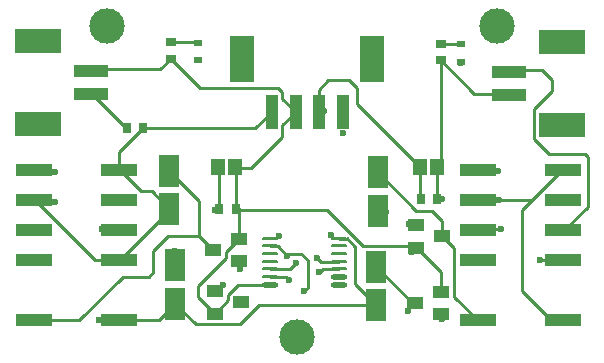
<source format=gtl>
G04*
G04 #@! TF.GenerationSoftware,Altium Limited,Altium Designer,19.0.13 (425)*
G04*
G04 Layer_Physical_Order=1*
G04 Layer_Color=255*
%FSLAX25Y25*%
%MOIN*%
G70*
G01*
G75*
%ADD14C,0.01000*%
%ADD31R,0.02756X0.03543*%
%ADD32R,0.06693X0.11024*%
%ADD33R,0.05512X0.03937*%
%ADD34O,0.05512X0.01000*%
%ADD35O,0.05512X0.01772*%
%ADD36R,0.04528X0.05315*%
%ADD37R,0.12441X0.03937*%
%ADD38R,0.15748X0.07874*%
%ADD39R,0.11811X0.03937*%
%ADD40R,0.03937X0.11811*%
%ADD41R,0.07874X0.15748*%
%ADD42R,0.03150X0.02362*%
%ADD43R,0.03543X0.02756*%
%ADD44C,0.02362*%
%ADD45C,0.11811*%
D14*
X447494Y270092D02*
X459333Y258252D01*
X417717Y270092D02*
X447494D01*
X498031Y263843D02*
X505283D01*
X497531Y263343D02*
X498031Y263843D01*
X518283Y253343D02*
X526035D01*
X368500Y309126D02*
X380283Y297343D01*
X418251Y232134D02*
X424562Y238445D01*
X463775D01*
X464588Y239259D01*
X403594Y232134D02*
X418251D01*
X463775Y238445D02*
Y238445D01*
X460728Y241492D02*
X463775Y238445D01*
X456783Y245438D02*
X460728Y241492D01*
X396783Y238945D02*
X403594Y232134D01*
X404283Y241272D02*
X409952Y235603D01*
X414358Y241933D02*
X417524Y245099D01*
X414358Y240008D02*
Y241933D01*
X444066Y254182D02*
X445310Y252938D01*
X444566Y249437D02*
X444892D01*
X445833Y250378D01*
X451465D01*
X445310Y252938D02*
X451465D01*
X456783Y245438D02*
Y257821D01*
X453855Y260749D02*
X456783Y257821D01*
X451465Y260615D02*
X453721D01*
X496464Y308906D02*
X509814D01*
X368500Y317000D02*
X391696D01*
X417524Y245099D02*
X427669D01*
X409952Y235603D02*
X414358Y240008D01*
X522157Y233343D02*
X526035D01*
X512382Y243118D02*
X522157Y233343D01*
X512382Y243118D02*
Y270000D01*
X515725Y273343D01*
X478429Y273941D02*
X478527Y273843D01*
X478429Y273941D02*
Y284343D01*
X439823Y243182D02*
X440945Y244304D01*
Y253343D01*
X438793Y255495D02*
X440945Y253343D01*
X434896Y250378D02*
X437112Y252595D01*
X434638Y255495D02*
X438793D01*
X434066Y254922D02*
X434638Y255495D01*
X477179Y257573D02*
X485283Y249469D01*
X459333Y258252D02*
X476500D01*
X477149Y257603D01*
X428236Y250378D02*
X434896D01*
X504783Y273343D02*
X515725D01*
X497531D02*
X504783D01*
X413708Y256178D02*
X418114Y260583D01*
X413708Y254253D02*
Y256178D01*
X428236Y247819D02*
X434066D01*
X430933Y258056D02*
X434066Y254922D01*
X428236Y258056D02*
X430933D01*
X404283Y244828D02*
X413708Y254253D01*
X416988Y270343D02*
Y284044D01*
X422018D01*
X423441Y297343D02*
X428972Y302874D01*
X386039Y297343D02*
X423441D01*
X378035Y283343D02*
Y289339D01*
X386039Y297343D01*
X380283D02*
X380527D01*
X394452Y261512D02*
X404783D01*
X389468Y256528D02*
X394452Y261512D01*
X389468Y249469D02*
Y256528D01*
X387842Y247843D02*
X389468Y249469D01*
X379283Y247843D02*
X387842D01*
X364783Y233343D02*
X379283Y247843D01*
X349531Y233343D02*
X364783D01*
X475933Y239083D02*
X476622D01*
X463775Y251241D02*
X475933Y239083D01*
X394783Y283241D02*
X404783Y273241D01*
Y261512D02*
Y273241D01*
Y261512D02*
X409452Y256843D01*
X394783Y269781D02*
Y270445D01*
X378345Y253343D02*
X394783Y269781D01*
X378035Y253343D02*
X378345D01*
X369841D02*
X378035D01*
X349841Y273343D02*
X369841Y253343D01*
X349531Y273343D02*
X349841D01*
X388885Y276343D02*
X394783Y270445D01*
X385345Y276343D02*
X388885D01*
X378345Y283343D02*
X385345Y276343D01*
X378035Y283343D02*
X378345D01*
X391696Y317000D02*
X395283Y320587D01*
X485283Y320087D02*
X496464Y308906D01*
X395283Y320587D02*
X405027Y310843D01*
X430998D01*
X432441Y309401D01*
Y307279D02*
Y309401D01*
Y307279D02*
X436846Y302874D01*
X422018Y284044D02*
X432441Y294467D01*
Y298468D01*
X436846Y302874D01*
X410980Y284343D02*
X411476Y283847D01*
Y270343D02*
Y283847D01*
X416988Y270343D02*
X418114Y269217D01*
Y260583D02*
Y269217D01*
X404283Y241272D02*
Y244828D01*
X463775Y238445D02*
X464267Y238937D01*
X391181Y233343D02*
X396783Y238945D01*
X378035Y233343D02*
X391181D01*
X485811Y261343D02*
X489783Y257371D01*
Y241091D02*
Y257371D01*
Y241091D02*
X497531Y233343D01*
X525725Y283343D02*
X526035D01*
X515725Y273343D02*
X525725Y283343D01*
X526035Y263343D02*
X526345D01*
X534283Y271281D01*
Y287843D01*
X533283Y288843D02*
X534283Y287843D01*
X521283Y288843D02*
X533283D01*
X516283Y293843D02*
X521283Y288843D01*
X516283Y293843D02*
Y303843D01*
X522283Y309843D01*
Y313343D01*
X518846Y316780D02*
X522283Y313343D01*
X509814Y316780D02*
X518846D01*
X485283Y242823D02*
Y249469D01*
X485811Y261343D02*
Y266343D01*
X482311Y269843D02*
X485811Y266343D01*
X477165Y269843D02*
X482311D01*
X464267Y282741D02*
X477165Y269843D01*
X444720Y302874D02*
Y310280D01*
X447783Y313343D01*
X454783D01*
X457283Y310843D01*
Y305489D02*
Y310843D01*
Y305489D02*
X478429Y284343D01*
X484039Y284245D02*
X484137Y284343D01*
X484039Y273843D02*
Y284245D01*
X484137Y284343D02*
X485283Y285489D01*
Y320087D01*
X491577Y325599D02*
X491833Y325343D01*
X485283Y325599D02*
X491577D01*
X404027Y326099D02*
X404283Y325843D01*
X395283Y326099D02*
X404027D01*
D31*
X484039Y273843D02*
D03*
X478527D02*
D03*
X386039Y297343D02*
D03*
X380527D02*
D03*
X416988Y270343D02*
D03*
X411476D02*
D03*
D32*
X463775Y238445D02*
D03*
Y251241D02*
D03*
X396783Y238945D02*
D03*
Y251741D02*
D03*
X464267Y269945D02*
D03*
Y282741D02*
D03*
X394783Y270445D02*
D03*
Y283241D02*
D03*
D33*
X409952Y243083D02*
D03*
Y235603D02*
D03*
X418614Y239343D02*
D03*
X477149Y265083D02*
D03*
Y257603D02*
D03*
X485811Y261343D02*
D03*
X485283Y235343D02*
D03*
Y242823D02*
D03*
X476622Y239083D02*
D03*
X418114Y253103D02*
D03*
Y260583D02*
D03*
X409452Y256843D02*
D03*
D34*
X428236Y260615D02*
D03*
Y258056D02*
D03*
Y255497D02*
D03*
Y252938D02*
D03*
Y250378D02*
D03*
Y247819D02*
D03*
X451465Y260615D02*
D03*
Y258056D02*
D03*
Y255497D02*
D03*
Y252938D02*
D03*
Y250378D02*
D03*
D35*
X428236Y245260D02*
D03*
X451465Y247819D02*
D03*
Y245260D02*
D03*
D36*
X410980Y284343D02*
D03*
X416688D02*
D03*
X478429D02*
D03*
X484137D02*
D03*
D37*
X526035Y283343D02*
D03*
Y273343D02*
D03*
Y263343D02*
D03*
Y253343D02*
D03*
Y233343D02*
D03*
X497531Y283343D02*
D03*
Y273343D02*
D03*
Y263343D02*
D03*
Y253343D02*
D03*
Y233343D02*
D03*
X378035Y283343D02*
D03*
Y273343D02*
D03*
Y263343D02*
D03*
Y253343D02*
D03*
Y233343D02*
D03*
X349531Y283343D02*
D03*
Y273343D02*
D03*
Y263343D02*
D03*
Y253343D02*
D03*
Y233343D02*
D03*
D38*
X525591Y298539D02*
D03*
Y326099D02*
D03*
X351000Y326500D02*
D03*
Y298940D02*
D03*
D39*
X507873Y316256D02*
D03*
Y308382D02*
D03*
X368717Y308783D02*
D03*
Y316657D02*
D03*
D40*
X452594Y302874D02*
D03*
X444720D02*
D03*
X428972D02*
D03*
X436846D02*
D03*
D41*
X462437Y320591D02*
D03*
X419129D02*
D03*
D42*
X491833Y325343D02*
D03*
Y319634D02*
D03*
X404283Y325843D02*
D03*
Y320134D02*
D03*
D43*
X485283Y320087D02*
D03*
Y325599D02*
D03*
X395283Y320587D02*
D03*
Y326099D02*
D03*
D44*
X417717Y270092D02*
D03*
X492126Y319291D02*
D03*
X351969Y263386D02*
D03*
X404283Y320134D02*
D03*
X410094Y270092D02*
D03*
X380709Y297244D02*
D03*
X444566Y249437D02*
D03*
X437112Y252595D02*
D03*
X434566Y246682D02*
D03*
X439823Y243182D02*
D03*
X485531Y233749D02*
D03*
X475783Y256178D02*
D03*
X466998Y269587D02*
D03*
X474783Y265343D02*
D03*
X446498Y303087D02*
D03*
X412783Y245099D02*
D03*
X419255Y239587D02*
D03*
X431350Y261438D02*
D03*
X434066Y254922D02*
D03*
X444066Y254182D02*
D03*
X418283Y250343D02*
D03*
X448823Y261682D02*
D03*
X372283Y263843D02*
D03*
X396783Y256343D02*
D03*
X505283Y263843D02*
D03*
X452783Y295843D02*
D03*
X356783Y282843D02*
D03*
Y272843D02*
D03*
X371283Y233343D02*
D03*
X518283Y253343D02*
D03*
X504783Y273343D02*
D03*
X504283Y283241D02*
D03*
X474283Y236343D02*
D03*
X485811Y273843D02*
D03*
D45*
X437402Y227953D02*
D03*
X503937Y331496D02*
D03*
X374016D02*
D03*
M02*

</source>
